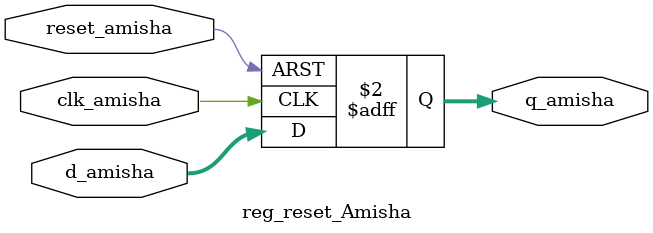
<source format=v>
`timescale 1ns / 1ps
module reg_reset_Amisha(
    input clk_amisha,
    input reset_amisha,
    input [7:0] d_amisha,
    output reg [7:0] q_amisha
    );
	 
	 always @(posedge clk_amisha, posedge reset_amisha)
	 if (reset_amisha)
	 q_amisha <= 0;
	 else
	 q_amisha <= d_amisha;
endmodule

</source>
